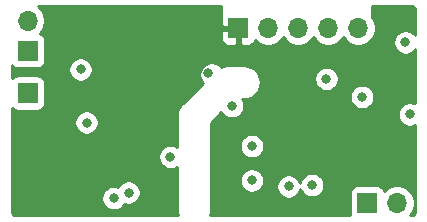
<source format=gbr>
G04 #@! TF.GenerationSoftware,KiCad,Pcbnew,(5.1.5)-3*
G04 #@! TF.CreationDate,2020-02-18T08:36:51+11:00*
G04 #@! TF.ProjectId,Heterodyne,48657465-726f-4647-996e-652e6b696361,rev?*
G04 #@! TF.SameCoordinates,Original*
G04 #@! TF.FileFunction,Copper,L3,Inr*
G04 #@! TF.FilePolarity,Positive*
%FSLAX46Y46*%
G04 Gerber Fmt 4.6, Leading zero omitted, Abs format (unit mm)*
G04 Created by KiCad (PCBNEW (5.1.5)-3) date 2020-02-18 08:36:51*
%MOMM*%
%LPD*%
G04 APERTURE LIST*
%ADD10O,1.700000X1.700000*%
%ADD11R,1.700000X1.700000*%
%ADD12C,0.800000*%
%ADD13C,0.254000*%
G04 APERTURE END LIST*
D10*
X133500000Y-49500000D03*
X130960000Y-49500000D03*
X128420000Y-49500000D03*
X125880000Y-49500000D03*
D11*
X123340000Y-49500000D03*
X105500000Y-55000000D03*
X105500000Y-51400000D03*
D10*
X105500000Y-48860000D03*
X136800000Y-64300000D03*
D11*
X134260000Y-64300000D03*
D12*
X110000000Y-53000000D03*
X110500000Y-57500000D03*
X137875000Y-56800000D03*
X133823897Y-55323897D03*
X130800000Y-53800000D03*
X122800000Y-56100000D03*
X124500000Y-59500000D03*
X117600000Y-60400000D03*
X127600000Y-62900000D03*
X129600000Y-62800000D03*
X120800000Y-53299996D03*
X122500000Y-64500000D03*
X117600000Y-64900000D03*
X111400000Y-64600000D03*
X128500000Y-61699998D03*
X117000000Y-49500000D03*
X137500000Y-50700000D03*
X124500000Y-62400000D03*
X114055553Y-63419447D03*
X112800000Y-63900000D03*
D13*
G36*
X121873000Y-48496469D02*
G01*
X121864188Y-48525518D01*
X121851928Y-48650000D01*
X121855000Y-49214250D01*
X122013750Y-49373000D01*
X123213000Y-49373000D01*
X123213000Y-49353000D01*
X123467000Y-49353000D01*
X123467000Y-49373000D01*
X123487000Y-49373000D01*
X123487000Y-49627000D01*
X123467000Y-49627000D01*
X123467000Y-50826250D01*
X123625750Y-50985000D01*
X124190000Y-50988072D01*
X124314482Y-50975812D01*
X124434180Y-50939502D01*
X124544494Y-50880537D01*
X124641185Y-50801185D01*
X124720537Y-50704494D01*
X124779502Y-50594180D01*
X124801513Y-50521620D01*
X124933368Y-50653475D01*
X125176589Y-50815990D01*
X125446842Y-50927932D01*
X125733740Y-50985000D01*
X126026260Y-50985000D01*
X126313158Y-50927932D01*
X126583411Y-50815990D01*
X126826632Y-50653475D01*
X127033475Y-50446632D01*
X127150000Y-50272240D01*
X127266525Y-50446632D01*
X127473368Y-50653475D01*
X127716589Y-50815990D01*
X127986842Y-50927932D01*
X128273740Y-50985000D01*
X128566260Y-50985000D01*
X128853158Y-50927932D01*
X129123411Y-50815990D01*
X129366632Y-50653475D01*
X129573475Y-50446632D01*
X129690000Y-50272240D01*
X129806525Y-50446632D01*
X130013368Y-50653475D01*
X130256589Y-50815990D01*
X130526842Y-50927932D01*
X130813740Y-50985000D01*
X131106260Y-50985000D01*
X131393158Y-50927932D01*
X131663411Y-50815990D01*
X131906632Y-50653475D01*
X132113475Y-50446632D01*
X132230000Y-50272240D01*
X132346525Y-50446632D01*
X132553368Y-50653475D01*
X132796589Y-50815990D01*
X133066842Y-50927932D01*
X133353740Y-50985000D01*
X133646260Y-50985000D01*
X133933158Y-50927932D01*
X134203411Y-50815990D01*
X134446632Y-50653475D01*
X134653475Y-50446632D01*
X134815990Y-50203411D01*
X134927932Y-49933158D01*
X134985000Y-49646260D01*
X134985000Y-49353740D01*
X134927932Y-49066842D01*
X134815990Y-48796589D01*
X134653475Y-48553368D01*
X134627000Y-48526893D01*
X134627000Y-47660000D01*
X137967721Y-47660000D01*
X138065424Y-47669580D01*
X138128356Y-47688580D01*
X138186405Y-47719445D01*
X138237343Y-47760989D01*
X138279248Y-47811644D01*
X138310515Y-47869471D01*
X138329956Y-47932272D01*
X138340001Y-48027845D01*
X138340001Y-50094200D01*
X138303937Y-50040226D01*
X138159774Y-49896063D01*
X137990256Y-49782795D01*
X137801898Y-49704774D01*
X137601939Y-49665000D01*
X137398061Y-49665000D01*
X137198102Y-49704774D01*
X137009744Y-49782795D01*
X136840226Y-49896063D01*
X136696063Y-50040226D01*
X136582795Y-50209744D01*
X136504774Y-50398102D01*
X136465000Y-50598061D01*
X136465000Y-50801939D01*
X136504774Y-51001898D01*
X136582795Y-51190256D01*
X136696063Y-51359774D01*
X136840226Y-51503937D01*
X137009744Y-51617205D01*
X137198102Y-51695226D01*
X137398061Y-51735000D01*
X137601939Y-51735000D01*
X137801898Y-51695226D01*
X137990256Y-51617205D01*
X138159774Y-51503937D01*
X138303937Y-51359774D01*
X138340001Y-51305801D01*
X138340001Y-55872334D01*
X138176898Y-55804774D01*
X137976939Y-55765000D01*
X137773061Y-55765000D01*
X137573102Y-55804774D01*
X137384744Y-55882795D01*
X137215226Y-55996063D01*
X137071063Y-56140226D01*
X136957795Y-56309744D01*
X136879774Y-56498102D01*
X136840000Y-56698061D01*
X136840000Y-56901939D01*
X136879774Y-57101898D01*
X136957795Y-57290256D01*
X137071063Y-57459774D01*
X137215226Y-57603937D01*
X137384744Y-57717205D01*
X137573102Y-57795226D01*
X137773061Y-57835000D01*
X137976939Y-57835000D01*
X138176898Y-57795226D01*
X138340000Y-57727666D01*
X138340000Y-64967721D01*
X138330420Y-65065424D01*
X138311420Y-65128357D01*
X138280554Y-65186406D01*
X138239011Y-65237343D01*
X138188356Y-65279248D01*
X138130529Y-65310515D01*
X138067728Y-65329956D01*
X137972165Y-65340000D01*
X137860107Y-65340000D01*
X137953475Y-65246632D01*
X138115990Y-65003411D01*
X138227932Y-64733158D01*
X138285000Y-64446260D01*
X138285000Y-64153740D01*
X138227932Y-63866842D01*
X138115990Y-63596589D01*
X137953475Y-63353368D01*
X137746632Y-63146525D01*
X137503411Y-62984010D01*
X137233158Y-62872068D01*
X136946260Y-62815000D01*
X136653740Y-62815000D01*
X136366842Y-62872068D01*
X136096589Y-62984010D01*
X135853368Y-63146525D01*
X135721513Y-63278380D01*
X135699502Y-63205820D01*
X135640537Y-63095506D01*
X135561185Y-62998815D01*
X135464494Y-62919463D01*
X135354180Y-62860498D01*
X135234482Y-62824188D01*
X135110000Y-62811928D01*
X133410000Y-62811928D01*
X133285518Y-62824188D01*
X133165820Y-62860498D01*
X133055506Y-62919463D01*
X132958815Y-62998815D01*
X132879463Y-63095506D01*
X132820498Y-63205820D01*
X132784188Y-63325518D01*
X132771928Y-63450000D01*
X132771928Y-65150000D01*
X132784188Y-65274482D01*
X132804063Y-65340000D01*
X120935764Y-65340000D01*
X121014236Y-65081309D01*
X121035000Y-64870492D01*
X121035000Y-62298061D01*
X123465000Y-62298061D01*
X123465000Y-62501939D01*
X123504774Y-62701898D01*
X123582795Y-62890256D01*
X123696063Y-63059774D01*
X123840226Y-63203937D01*
X124009744Y-63317205D01*
X124198102Y-63395226D01*
X124398061Y-63435000D01*
X124601939Y-63435000D01*
X124801898Y-63395226D01*
X124990256Y-63317205D01*
X125159774Y-63203937D01*
X125303937Y-63059774D01*
X125417205Y-62890256D01*
X125455393Y-62798061D01*
X126565000Y-62798061D01*
X126565000Y-63001939D01*
X126604774Y-63201898D01*
X126682795Y-63390256D01*
X126796063Y-63559774D01*
X126940226Y-63703937D01*
X127109744Y-63817205D01*
X127298102Y-63895226D01*
X127498061Y-63935000D01*
X127701939Y-63935000D01*
X127901898Y-63895226D01*
X128090256Y-63817205D01*
X128259774Y-63703937D01*
X128403937Y-63559774D01*
X128517205Y-63390256D01*
X128595226Y-63201898D01*
X128611762Y-63118767D01*
X128682795Y-63290256D01*
X128796063Y-63459774D01*
X128940226Y-63603937D01*
X129109744Y-63717205D01*
X129298102Y-63795226D01*
X129498061Y-63835000D01*
X129701939Y-63835000D01*
X129901898Y-63795226D01*
X130090256Y-63717205D01*
X130259774Y-63603937D01*
X130403937Y-63459774D01*
X130517205Y-63290256D01*
X130595226Y-63101898D01*
X130635000Y-62901939D01*
X130635000Y-62698061D01*
X130595226Y-62498102D01*
X130517205Y-62309744D01*
X130403937Y-62140226D01*
X130259774Y-61996063D01*
X130090256Y-61882795D01*
X129901898Y-61804774D01*
X129701939Y-61765000D01*
X129498061Y-61765000D01*
X129298102Y-61804774D01*
X129109744Y-61882795D01*
X128940226Y-61996063D01*
X128796063Y-62140226D01*
X128682795Y-62309744D01*
X128604774Y-62498102D01*
X128588238Y-62581233D01*
X128517205Y-62409744D01*
X128403937Y-62240226D01*
X128259774Y-62096063D01*
X128090256Y-61982795D01*
X127901898Y-61904774D01*
X127701939Y-61865000D01*
X127498061Y-61865000D01*
X127298102Y-61904774D01*
X127109744Y-61982795D01*
X126940226Y-62096063D01*
X126796063Y-62240226D01*
X126682795Y-62409744D01*
X126604774Y-62598102D01*
X126565000Y-62798061D01*
X125455393Y-62798061D01*
X125495226Y-62701898D01*
X125535000Y-62501939D01*
X125535000Y-62298061D01*
X125495226Y-62098102D01*
X125417205Y-61909744D01*
X125303937Y-61740226D01*
X125159774Y-61596063D01*
X124990256Y-61482795D01*
X124801898Y-61404774D01*
X124601939Y-61365000D01*
X124398061Y-61365000D01*
X124198102Y-61404774D01*
X124009744Y-61482795D01*
X123840226Y-61596063D01*
X123696063Y-61740226D01*
X123582795Y-61909744D01*
X123504774Y-62098102D01*
X123465000Y-62298061D01*
X121035000Y-62298061D01*
X121035000Y-59398061D01*
X123465000Y-59398061D01*
X123465000Y-59601939D01*
X123504774Y-59801898D01*
X123582795Y-59990256D01*
X123696063Y-60159774D01*
X123840226Y-60303937D01*
X124009744Y-60417205D01*
X124198102Y-60495226D01*
X124398061Y-60535000D01*
X124601939Y-60535000D01*
X124801898Y-60495226D01*
X124990256Y-60417205D01*
X125159774Y-60303937D01*
X125303937Y-60159774D01*
X125417205Y-59990256D01*
X125495226Y-59801898D01*
X125535000Y-59601939D01*
X125535000Y-59398061D01*
X125495226Y-59198102D01*
X125417205Y-59009744D01*
X125303937Y-58840226D01*
X125159774Y-58696063D01*
X124990256Y-58582795D01*
X124801898Y-58504774D01*
X124601939Y-58465000D01*
X124398061Y-58465000D01*
X124198102Y-58504774D01*
X124009744Y-58582795D01*
X123840226Y-58696063D01*
X123696063Y-58840226D01*
X123582795Y-59009744D01*
X123504774Y-59198102D01*
X123465000Y-59398061D01*
X121035000Y-59398061D01*
X121035000Y-57494395D01*
X121905363Y-56624032D01*
X121996063Y-56759774D01*
X122140226Y-56903937D01*
X122309744Y-57017205D01*
X122498102Y-57095226D01*
X122698061Y-57135000D01*
X122901939Y-57135000D01*
X123101898Y-57095226D01*
X123290256Y-57017205D01*
X123459774Y-56903937D01*
X123603937Y-56759774D01*
X123717205Y-56590256D01*
X123795226Y-56401898D01*
X123835000Y-56201939D01*
X123835000Y-55998061D01*
X123795226Y-55798102D01*
X123717205Y-55609744D01*
X123667263Y-55535000D01*
X123870492Y-55535000D01*
X124081309Y-55514236D01*
X124351808Y-55432182D01*
X124601101Y-55298932D01*
X124694894Y-55221958D01*
X132788897Y-55221958D01*
X132788897Y-55425836D01*
X132828671Y-55625795D01*
X132906692Y-55814153D01*
X133019960Y-55983671D01*
X133164123Y-56127834D01*
X133333641Y-56241102D01*
X133521999Y-56319123D01*
X133721958Y-56358897D01*
X133925836Y-56358897D01*
X134125795Y-56319123D01*
X134314153Y-56241102D01*
X134483671Y-56127834D01*
X134627834Y-55983671D01*
X134741102Y-55814153D01*
X134819123Y-55625795D01*
X134858897Y-55425836D01*
X134858897Y-55221958D01*
X134819123Y-55021999D01*
X134741102Y-54833641D01*
X134627834Y-54664123D01*
X134483671Y-54519960D01*
X134314153Y-54406692D01*
X134125795Y-54328671D01*
X133925836Y-54288897D01*
X133721958Y-54288897D01*
X133521999Y-54328671D01*
X133333641Y-54406692D01*
X133164123Y-54519960D01*
X133019960Y-54664123D01*
X132906692Y-54833641D01*
X132828671Y-55021999D01*
X132788897Y-55221958D01*
X124694894Y-55221958D01*
X124819608Y-55119608D01*
X124998932Y-54901101D01*
X125132182Y-54651808D01*
X125214236Y-54381309D01*
X125241943Y-54100000D01*
X125214236Y-53818691D01*
X125177644Y-53698061D01*
X129765000Y-53698061D01*
X129765000Y-53901939D01*
X129804774Y-54101898D01*
X129882795Y-54290256D01*
X129996063Y-54459774D01*
X130140226Y-54603937D01*
X130309744Y-54717205D01*
X130498102Y-54795226D01*
X130698061Y-54835000D01*
X130901939Y-54835000D01*
X131101898Y-54795226D01*
X131290256Y-54717205D01*
X131459774Y-54603937D01*
X131603937Y-54459774D01*
X131717205Y-54290256D01*
X131795226Y-54101898D01*
X131835000Y-53901939D01*
X131835000Y-53698061D01*
X131795226Y-53498102D01*
X131717205Y-53309744D01*
X131603937Y-53140226D01*
X131459774Y-52996063D01*
X131290256Y-52882795D01*
X131101898Y-52804774D01*
X130901939Y-52765000D01*
X130698061Y-52765000D01*
X130498102Y-52804774D01*
X130309744Y-52882795D01*
X130140226Y-52996063D01*
X129996063Y-53140226D01*
X129882795Y-53309744D01*
X129804774Y-53498102D01*
X129765000Y-53698061D01*
X125177644Y-53698061D01*
X125132182Y-53548192D01*
X124998932Y-53298899D01*
X124819608Y-53080392D01*
X124601101Y-52901068D01*
X124351808Y-52767818D01*
X124081309Y-52685764D01*
X123870492Y-52665000D01*
X122470492Y-52665000D01*
X122400000Y-52658057D01*
X122329508Y-52665000D01*
X122118691Y-52685764D01*
X121892108Y-52754497D01*
X121756774Y-52619163D01*
X121587256Y-52505895D01*
X121398898Y-52427874D01*
X121198939Y-52388100D01*
X120995061Y-52388100D01*
X120795102Y-52427874D01*
X120606744Y-52505895D01*
X120437226Y-52619163D01*
X120293063Y-52763326D01*
X120179795Y-52932844D01*
X120101774Y-53121202D01*
X120062000Y-53321161D01*
X120062000Y-53525039D01*
X120101774Y-53724998D01*
X120179795Y-53913356D01*
X120293063Y-54082874D01*
X120340397Y-54130208D01*
X118635155Y-55835450D01*
X118580393Y-55880392D01*
X118401069Y-56098899D01*
X118345993Y-56201939D01*
X118267818Y-56348193D01*
X118185764Y-56618692D01*
X118158057Y-56900000D01*
X118165001Y-56970502D01*
X118165001Y-59532738D01*
X118090256Y-59482795D01*
X117901898Y-59404774D01*
X117701939Y-59365000D01*
X117498061Y-59365000D01*
X117298102Y-59404774D01*
X117109744Y-59482795D01*
X116940226Y-59596063D01*
X116796063Y-59740226D01*
X116682795Y-59909744D01*
X116604774Y-60098102D01*
X116565000Y-60298061D01*
X116565000Y-60501939D01*
X116604774Y-60701898D01*
X116682795Y-60890256D01*
X116796063Y-61059774D01*
X116940226Y-61203937D01*
X117109744Y-61317205D01*
X117298102Y-61395226D01*
X117498061Y-61435000D01*
X117701939Y-61435000D01*
X117901898Y-61395226D01*
X118090256Y-61317205D01*
X118165000Y-61267262D01*
X118165000Y-64870491D01*
X118185764Y-65081308D01*
X118264236Y-65340000D01*
X104532279Y-65340000D01*
X104434576Y-65330420D01*
X104371643Y-65311420D01*
X104313594Y-65280554D01*
X104262657Y-65239011D01*
X104220752Y-65188356D01*
X104189485Y-65130529D01*
X104170044Y-65067728D01*
X104160000Y-64972165D01*
X104160000Y-63798061D01*
X111765000Y-63798061D01*
X111765000Y-64001939D01*
X111804774Y-64201898D01*
X111882795Y-64390256D01*
X111996063Y-64559774D01*
X112140226Y-64703937D01*
X112309744Y-64817205D01*
X112498102Y-64895226D01*
X112698061Y-64935000D01*
X112901939Y-64935000D01*
X113101898Y-64895226D01*
X113290256Y-64817205D01*
X113459774Y-64703937D01*
X113603937Y-64559774D01*
X113712328Y-64397555D01*
X113753655Y-64414673D01*
X113953614Y-64454447D01*
X114157492Y-64454447D01*
X114357451Y-64414673D01*
X114545809Y-64336652D01*
X114715327Y-64223384D01*
X114859490Y-64079221D01*
X114972758Y-63909703D01*
X115050779Y-63721345D01*
X115090553Y-63521386D01*
X115090553Y-63317508D01*
X115050779Y-63117549D01*
X114972758Y-62929191D01*
X114859490Y-62759673D01*
X114715327Y-62615510D01*
X114545809Y-62502242D01*
X114357451Y-62424221D01*
X114157492Y-62384447D01*
X113953614Y-62384447D01*
X113753655Y-62424221D01*
X113565297Y-62502242D01*
X113395779Y-62615510D01*
X113251616Y-62759673D01*
X113143225Y-62921892D01*
X113101898Y-62904774D01*
X112901939Y-62865000D01*
X112698061Y-62865000D01*
X112498102Y-62904774D01*
X112309744Y-62982795D01*
X112140226Y-63096063D01*
X111996063Y-63240226D01*
X111882795Y-63409744D01*
X111804774Y-63598102D01*
X111765000Y-63798061D01*
X104160000Y-63798061D01*
X104160000Y-57398061D01*
X109465000Y-57398061D01*
X109465000Y-57601939D01*
X109504774Y-57801898D01*
X109582795Y-57990256D01*
X109696063Y-58159774D01*
X109840226Y-58303937D01*
X110009744Y-58417205D01*
X110198102Y-58495226D01*
X110398061Y-58535000D01*
X110601939Y-58535000D01*
X110801898Y-58495226D01*
X110990256Y-58417205D01*
X111159774Y-58303937D01*
X111303937Y-58159774D01*
X111417205Y-57990256D01*
X111495226Y-57801898D01*
X111535000Y-57601939D01*
X111535000Y-57398061D01*
X111495226Y-57198102D01*
X111417205Y-57009744D01*
X111303937Y-56840226D01*
X111159774Y-56696063D01*
X110990256Y-56582795D01*
X110801898Y-56504774D01*
X110601939Y-56465000D01*
X110398061Y-56465000D01*
X110198102Y-56504774D01*
X110009744Y-56582795D01*
X109840226Y-56696063D01*
X109696063Y-56840226D01*
X109582795Y-57009744D01*
X109504774Y-57198102D01*
X109465000Y-57398061D01*
X104160000Y-57398061D01*
X104160000Y-56253889D01*
X104198815Y-56301185D01*
X104295506Y-56380537D01*
X104405820Y-56439502D01*
X104525518Y-56475812D01*
X104650000Y-56488072D01*
X106350000Y-56488072D01*
X106474482Y-56475812D01*
X106594180Y-56439502D01*
X106704494Y-56380537D01*
X106801185Y-56301185D01*
X106880537Y-56204494D01*
X106939502Y-56094180D01*
X106975812Y-55974482D01*
X106988072Y-55850000D01*
X106988072Y-54150000D01*
X106975812Y-54025518D01*
X106939502Y-53905820D01*
X106880537Y-53795506D01*
X106801185Y-53698815D01*
X106704494Y-53619463D01*
X106594180Y-53560498D01*
X106474482Y-53524188D01*
X106350000Y-53511928D01*
X104650000Y-53511928D01*
X104525518Y-53524188D01*
X104405820Y-53560498D01*
X104295506Y-53619463D01*
X104198815Y-53698815D01*
X104160000Y-53746111D01*
X104160000Y-52898061D01*
X108965000Y-52898061D01*
X108965000Y-53101939D01*
X109004774Y-53301898D01*
X109082795Y-53490256D01*
X109196063Y-53659774D01*
X109340226Y-53803937D01*
X109509744Y-53917205D01*
X109698102Y-53995226D01*
X109898061Y-54035000D01*
X110101939Y-54035000D01*
X110301898Y-53995226D01*
X110490256Y-53917205D01*
X110659774Y-53803937D01*
X110803937Y-53659774D01*
X110917205Y-53490256D01*
X110995226Y-53301898D01*
X111035000Y-53101939D01*
X111035000Y-52898061D01*
X110995226Y-52698102D01*
X110917205Y-52509744D01*
X110803937Y-52340226D01*
X110659774Y-52196063D01*
X110490256Y-52082795D01*
X110301898Y-52004774D01*
X110101939Y-51965000D01*
X109898061Y-51965000D01*
X109698102Y-52004774D01*
X109509744Y-52082795D01*
X109340226Y-52196063D01*
X109196063Y-52340226D01*
X109082795Y-52509744D01*
X109004774Y-52698102D01*
X108965000Y-52898061D01*
X104160000Y-52898061D01*
X104160000Y-52653889D01*
X104198815Y-52701185D01*
X104295506Y-52780537D01*
X104405820Y-52839502D01*
X104525518Y-52875812D01*
X104650000Y-52888072D01*
X106350000Y-52888072D01*
X106474482Y-52875812D01*
X106594180Y-52839502D01*
X106704494Y-52780537D01*
X106801185Y-52701185D01*
X106880537Y-52604494D01*
X106939502Y-52494180D01*
X106975812Y-52374482D01*
X106988072Y-52250000D01*
X106988072Y-50550000D01*
X106975812Y-50425518D01*
X106952904Y-50350000D01*
X121851928Y-50350000D01*
X121864188Y-50474482D01*
X121900498Y-50594180D01*
X121959463Y-50704494D01*
X122038815Y-50801185D01*
X122135506Y-50880537D01*
X122245820Y-50939502D01*
X122365518Y-50975812D01*
X122490000Y-50988072D01*
X123054250Y-50985000D01*
X123213000Y-50826250D01*
X123213000Y-49627000D01*
X122013750Y-49627000D01*
X121855000Y-49785750D01*
X121851928Y-50350000D01*
X106952904Y-50350000D01*
X106939502Y-50305820D01*
X106880537Y-50195506D01*
X106801185Y-50098815D01*
X106704494Y-50019463D01*
X106594180Y-49960498D01*
X106521620Y-49938487D01*
X106653475Y-49806632D01*
X106815990Y-49563411D01*
X106927932Y-49293158D01*
X106985000Y-49006260D01*
X106985000Y-48713740D01*
X106927932Y-48426842D01*
X106815990Y-48156589D01*
X106653475Y-47913368D01*
X106446632Y-47706525D01*
X106377002Y-47660000D01*
X121873000Y-47660000D01*
X121873000Y-48496469D01*
G37*
X121873000Y-48496469D02*
X121864188Y-48525518D01*
X121851928Y-48650000D01*
X121855000Y-49214250D01*
X122013750Y-49373000D01*
X123213000Y-49373000D01*
X123213000Y-49353000D01*
X123467000Y-49353000D01*
X123467000Y-49373000D01*
X123487000Y-49373000D01*
X123487000Y-49627000D01*
X123467000Y-49627000D01*
X123467000Y-50826250D01*
X123625750Y-50985000D01*
X124190000Y-50988072D01*
X124314482Y-50975812D01*
X124434180Y-50939502D01*
X124544494Y-50880537D01*
X124641185Y-50801185D01*
X124720537Y-50704494D01*
X124779502Y-50594180D01*
X124801513Y-50521620D01*
X124933368Y-50653475D01*
X125176589Y-50815990D01*
X125446842Y-50927932D01*
X125733740Y-50985000D01*
X126026260Y-50985000D01*
X126313158Y-50927932D01*
X126583411Y-50815990D01*
X126826632Y-50653475D01*
X127033475Y-50446632D01*
X127150000Y-50272240D01*
X127266525Y-50446632D01*
X127473368Y-50653475D01*
X127716589Y-50815990D01*
X127986842Y-50927932D01*
X128273740Y-50985000D01*
X128566260Y-50985000D01*
X128853158Y-50927932D01*
X129123411Y-50815990D01*
X129366632Y-50653475D01*
X129573475Y-50446632D01*
X129690000Y-50272240D01*
X129806525Y-50446632D01*
X130013368Y-50653475D01*
X130256589Y-50815990D01*
X130526842Y-50927932D01*
X130813740Y-50985000D01*
X131106260Y-50985000D01*
X131393158Y-50927932D01*
X131663411Y-50815990D01*
X131906632Y-50653475D01*
X132113475Y-50446632D01*
X132230000Y-50272240D01*
X132346525Y-50446632D01*
X132553368Y-50653475D01*
X132796589Y-50815990D01*
X133066842Y-50927932D01*
X133353740Y-50985000D01*
X133646260Y-50985000D01*
X133933158Y-50927932D01*
X134203411Y-50815990D01*
X134446632Y-50653475D01*
X134653475Y-50446632D01*
X134815990Y-50203411D01*
X134927932Y-49933158D01*
X134985000Y-49646260D01*
X134985000Y-49353740D01*
X134927932Y-49066842D01*
X134815990Y-48796589D01*
X134653475Y-48553368D01*
X134627000Y-48526893D01*
X134627000Y-47660000D01*
X137967721Y-47660000D01*
X138065424Y-47669580D01*
X138128356Y-47688580D01*
X138186405Y-47719445D01*
X138237343Y-47760989D01*
X138279248Y-47811644D01*
X138310515Y-47869471D01*
X138329956Y-47932272D01*
X138340001Y-48027845D01*
X138340001Y-50094200D01*
X138303937Y-50040226D01*
X138159774Y-49896063D01*
X137990256Y-49782795D01*
X137801898Y-49704774D01*
X137601939Y-49665000D01*
X137398061Y-49665000D01*
X137198102Y-49704774D01*
X137009744Y-49782795D01*
X136840226Y-49896063D01*
X136696063Y-50040226D01*
X136582795Y-50209744D01*
X136504774Y-50398102D01*
X136465000Y-50598061D01*
X136465000Y-50801939D01*
X136504774Y-51001898D01*
X136582795Y-51190256D01*
X136696063Y-51359774D01*
X136840226Y-51503937D01*
X137009744Y-51617205D01*
X137198102Y-51695226D01*
X137398061Y-51735000D01*
X137601939Y-51735000D01*
X137801898Y-51695226D01*
X137990256Y-51617205D01*
X138159774Y-51503937D01*
X138303937Y-51359774D01*
X138340001Y-51305801D01*
X138340001Y-55872334D01*
X138176898Y-55804774D01*
X137976939Y-55765000D01*
X137773061Y-55765000D01*
X137573102Y-55804774D01*
X137384744Y-55882795D01*
X137215226Y-55996063D01*
X137071063Y-56140226D01*
X136957795Y-56309744D01*
X136879774Y-56498102D01*
X136840000Y-56698061D01*
X136840000Y-56901939D01*
X136879774Y-57101898D01*
X136957795Y-57290256D01*
X137071063Y-57459774D01*
X137215226Y-57603937D01*
X137384744Y-57717205D01*
X137573102Y-57795226D01*
X137773061Y-57835000D01*
X137976939Y-57835000D01*
X138176898Y-57795226D01*
X138340000Y-57727666D01*
X138340000Y-64967721D01*
X138330420Y-65065424D01*
X138311420Y-65128357D01*
X138280554Y-65186406D01*
X138239011Y-65237343D01*
X138188356Y-65279248D01*
X138130529Y-65310515D01*
X138067728Y-65329956D01*
X137972165Y-65340000D01*
X137860107Y-65340000D01*
X137953475Y-65246632D01*
X138115990Y-65003411D01*
X138227932Y-64733158D01*
X138285000Y-64446260D01*
X138285000Y-64153740D01*
X138227932Y-63866842D01*
X138115990Y-63596589D01*
X137953475Y-63353368D01*
X137746632Y-63146525D01*
X137503411Y-62984010D01*
X137233158Y-62872068D01*
X136946260Y-62815000D01*
X136653740Y-62815000D01*
X136366842Y-62872068D01*
X136096589Y-62984010D01*
X135853368Y-63146525D01*
X135721513Y-63278380D01*
X135699502Y-63205820D01*
X135640537Y-63095506D01*
X135561185Y-62998815D01*
X135464494Y-62919463D01*
X135354180Y-62860498D01*
X135234482Y-62824188D01*
X135110000Y-62811928D01*
X133410000Y-62811928D01*
X133285518Y-62824188D01*
X133165820Y-62860498D01*
X133055506Y-62919463D01*
X132958815Y-62998815D01*
X132879463Y-63095506D01*
X132820498Y-63205820D01*
X132784188Y-63325518D01*
X132771928Y-63450000D01*
X132771928Y-65150000D01*
X132784188Y-65274482D01*
X132804063Y-65340000D01*
X120935764Y-65340000D01*
X121014236Y-65081309D01*
X121035000Y-64870492D01*
X121035000Y-62298061D01*
X123465000Y-62298061D01*
X123465000Y-62501939D01*
X123504774Y-62701898D01*
X123582795Y-62890256D01*
X123696063Y-63059774D01*
X123840226Y-63203937D01*
X124009744Y-63317205D01*
X124198102Y-63395226D01*
X124398061Y-63435000D01*
X124601939Y-63435000D01*
X124801898Y-63395226D01*
X124990256Y-63317205D01*
X125159774Y-63203937D01*
X125303937Y-63059774D01*
X125417205Y-62890256D01*
X125455393Y-62798061D01*
X126565000Y-62798061D01*
X126565000Y-63001939D01*
X126604774Y-63201898D01*
X126682795Y-63390256D01*
X126796063Y-63559774D01*
X126940226Y-63703937D01*
X127109744Y-63817205D01*
X127298102Y-63895226D01*
X127498061Y-63935000D01*
X127701939Y-63935000D01*
X127901898Y-63895226D01*
X128090256Y-63817205D01*
X128259774Y-63703937D01*
X128403937Y-63559774D01*
X128517205Y-63390256D01*
X128595226Y-63201898D01*
X128611762Y-63118767D01*
X128682795Y-63290256D01*
X128796063Y-63459774D01*
X128940226Y-63603937D01*
X129109744Y-63717205D01*
X129298102Y-63795226D01*
X129498061Y-63835000D01*
X129701939Y-63835000D01*
X129901898Y-63795226D01*
X130090256Y-63717205D01*
X130259774Y-63603937D01*
X130403937Y-63459774D01*
X130517205Y-63290256D01*
X130595226Y-63101898D01*
X130635000Y-62901939D01*
X130635000Y-62698061D01*
X130595226Y-62498102D01*
X130517205Y-62309744D01*
X130403937Y-62140226D01*
X130259774Y-61996063D01*
X130090256Y-61882795D01*
X129901898Y-61804774D01*
X129701939Y-61765000D01*
X129498061Y-61765000D01*
X129298102Y-61804774D01*
X129109744Y-61882795D01*
X128940226Y-61996063D01*
X128796063Y-62140226D01*
X128682795Y-62309744D01*
X128604774Y-62498102D01*
X128588238Y-62581233D01*
X128517205Y-62409744D01*
X128403937Y-62240226D01*
X128259774Y-62096063D01*
X128090256Y-61982795D01*
X127901898Y-61904774D01*
X127701939Y-61865000D01*
X127498061Y-61865000D01*
X127298102Y-61904774D01*
X127109744Y-61982795D01*
X126940226Y-62096063D01*
X126796063Y-62240226D01*
X126682795Y-62409744D01*
X126604774Y-62598102D01*
X126565000Y-62798061D01*
X125455393Y-62798061D01*
X125495226Y-62701898D01*
X125535000Y-62501939D01*
X125535000Y-62298061D01*
X125495226Y-62098102D01*
X125417205Y-61909744D01*
X125303937Y-61740226D01*
X125159774Y-61596063D01*
X124990256Y-61482795D01*
X124801898Y-61404774D01*
X124601939Y-61365000D01*
X124398061Y-61365000D01*
X124198102Y-61404774D01*
X124009744Y-61482795D01*
X123840226Y-61596063D01*
X123696063Y-61740226D01*
X123582795Y-61909744D01*
X123504774Y-62098102D01*
X123465000Y-62298061D01*
X121035000Y-62298061D01*
X121035000Y-59398061D01*
X123465000Y-59398061D01*
X123465000Y-59601939D01*
X123504774Y-59801898D01*
X123582795Y-59990256D01*
X123696063Y-60159774D01*
X123840226Y-60303937D01*
X124009744Y-60417205D01*
X124198102Y-60495226D01*
X124398061Y-60535000D01*
X124601939Y-60535000D01*
X124801898Y-60495226D01*
X124990256Y-60417205D01*
X125159774Y-60303937D01*
X125303937Y-60159774D01*
X125417205Y-59990256D01*
X125495226Y-59801898D01*
X125535000Y-59601939D01*
X125535000Y-59398061D01*
X125495226Y-59198102D01*
X125417205Y-59009744D01*
X125303937Y-58840226D01*
X125159774Y-58696063D01*
X124990256Y-58582795D01*
X124801898Y-58504774D01*
X124601939Y-58465000D01*
X124398061Y-58465000D01*
X124198102Y-58504774D01*
X124009744Y-58582795D01*
X123840226Y-58696063D01*
X123696063Y-58840226D01*
X123582795Y-59009744D01*
X123504774Y-59198102D01*
X123465000Y-59398061D01*
X121035000Y-59398061D01*
X121035000Y-57494395D01*
X121905363Y-56624032D01*
X121996063Y-56759774D01*
X122140226Y-56903937D01*
X122309744Y-57017205D01*
X122498102Y-57095226D01*
X122698061Y-57135000D01*
X122901939Y-57135000D01*
X123101898Y-57095226D01*
X123290256Y-57017205D01*
X123459774Y-56903937D01*
X123603937Y-56759774D01*
X123717205Y-56590256D01*
X123795226Y-56401898D01*
X123835000Y-56201939D01*
X123835000Y-55998061D01*
X123795226Y-55798102D01*
X123717205Y-55609744D01*
X123667263Y-55535000D01*
X123870492Y-55535000D01*
X124081309Y-55514236D01*
X124351808Y-55432182D01*
X124601101Y-55298932D01*
X124694894Y-55221958D01*
X132788897Y-55221958D01*
X132788897Y-55425836D01*
X132828671Y-55625795D01*
X132906692Y-55814153D01*
X133019960Y-55983671D01*
X133164123Y-56127834D01*
X133333641Y-56241102D01*
X133521999Y-56319123D01*
X133721958Y-56358897D01*
X133925836Y-56358897D01*
X134125795Y-56319123D01*
X134314153Y-56241102D01*
X134483671Y-56127834D01*
X134627834Y-55983671D01*
X134741102Y-55814153D01*
X134819123Y-55625795D01*
X134858897Y-55425836D01*
X134858897Y-55221958D01*
X134819123Y-55021999D01*
X134741102Y-54833641D01*
X134627834Y-54664123D01*
X134483671Y-54519960D01*
X134314153Y-54406692D01*
X134125795Y-54328671D01*
X133925836Y-54288897D01*
X133721958Y-54288897D01*
X133521999Y-54328671D01*
X133333641Y-54406692D01*
X133164123Y-54519960D01*
X133019960Y-54664123D01*
X132906692Y-54833641D01*
X132828671Y-55021999D01*
X132788897Y-55221958D01*
X124694894Y-55221958D01*
X124819608Y-55119608D01*
X124998932Y-54901101D01*
X125132182Y-54651808D01*
X125214236Y-54381309D01*
X125241943Y-54100000D01*
X125214236Y-53818691D01*
X125177644Y-53698061D01*
X129765000Y-53698061D01*
X129765000Y-53901939D01*
X129804774Y-54101898D01*
X129882795Y-54290256D01*
X129996063Y-54459774D01*
X130140226Y-54603937D01*
X130309744Y-54717205D01*
X130498102Y-54795226D01*
X130698061Y-54835000D01*
X130901939Y-54835000D01*
X131101898Y-54795226D01*
X131290256Y-54717205D01*
X131459774Y-54603937D01*
X131603937Y-54459774D01*
X131717205Y-54290256D01*
X131795226Y-54101898D01*
X131835000Y-53901939D01*
X131835000Y-53698061D01*
X131795226Y-53498102D01*
X131717205Y-53309744D01*
X131603937Y-53140226D01*
X131459774Y-52996063D01*
X131290256Y-52882795D01*
X131101898Y-52804774D01*
X130901939Y-52765000D01*
X130698061Y-52765000D01*
X130498102Y-52804774D01*
X130309744Y-52882795D01*
X130140226Y-52996063D01*
X129996063Y-53140226D01*
X129882795Y-53309744D01*
X129804774Y-53498102D01*
X129765000Y-53698061D01*
X125177644Y-53698061D01*
X125132182Y-53548192D01*
X124998932Y-53298899D01*
X124819608Y-53080392D01*
X124601101Y-52901068D01*
X124351808Y-52767818D01*
X124081309Y-52685764D01*
X123870492Y-52665000D01*
X122470492Y-52665000D01*
X122400000Y-52658057D01*
X122329508Y-52665000D01*
X122118691Y-52685764D01*
X121892108Y-52754497D01*
X121756774Y-52619163D01*
X121587256Y-52505895D01*
X121398898Y-52427874D01*
X121198939Y-52388100D01*
X120995061Y-52388100D01*
X120795102Y-52427874D01*
X120606744Y-52505895D01*
X120437226Y-52619163D01*
X120293063Y-52763326D01*
X120179795Y-52932844D01*
X120101774Y-53121202D01*
X120062000Y-53321161D01*
X120062000Y-53525039D01*
X120101774Y-53724998D01*
X120179795Y-53913356D01*
X120293063Y-54082874D01*
X120340397Y-54130208D01*
X118635155Y-55835450D01*
X118580393Y-55880392D01*
X118401069Y-56098899D01*
X118345993Y-56201939D01*
X118267818Y-56348193D01*
X118185764Y-56618692D01*
X118158057Y-56900000D01*
X118165001Y-56970502D01*
X118165001Y-59532738D01*
X118090256Y-59482795D01*
X117901898Y-59404774D01*
X117701939Y-59365000D01*
X117498061Y-59365000D01*
X117298102Y-59404774D01*
X117109744Y-59482795D01*
X116940226Y-59596063D01*
X116796063Y-59740226D01*
X116682795Y-59909744D01*
X116604774Y-60098102D01*
X116565000Y-60298061D01*
X116565000Y-60501939D01*
X116604774Y-60701898D01*
X116682795Y-60890256D01*
X116796063Y-61059774D01*
X116940226Y-61203937D01*
X117109744Y-61317205D01*
X117298102Y-61395226D01*
X117498061Y-61435000D01*
X117701939Y-61435000D01*
X117901898Y-61395226D01*
X118090256Y-61317205D01*
X118165000Y-61267262D01*
X118165000Y-64870491D01*
X118185764Y-65081308D01*
X118264236Y-65340000D01*
X104532279Y-65340000D01*
X104434576Y-65330420D01*
X104371643Y-65311420D01*
X104313594Y-65280554D01*
X104262657Y-65239011D01*
X104220752Y-65188356D01*
X104189485Y-65130529D01*
X104170044Y-65067728D01*
X104160000Y-64972165D01*
X104160000Y-63798061D01*
X111765000Y-63798061D01*
X111765000Y-64001939D01*
X111804774Y-64201898D01*
X111882795Y-64390256D01*
X111996063Y-64559774D01*
X112140226Y-64703937D01*
X112309744Y-64817205D01*
X112498102Y-64895226D01*
X112698061Y-64935000D01*
X112901939Y-64935000D01*
X113101898Y-64895226D01*
X113290256Y-64817205D01*
X113459774Y-64703937D01*
X113603937Y-64559774D01*
X113712328Y-64397555D01*
X113753655Y-64414673D01*
X113953614Y-64454447D01*
X114157492Y-64454447D01*
X114357451Y-64414673D01*
X114545809Y-64336652D01*
X114715327Y-64223384D01*
X114859490Y-64079221D01*
X114972758Y-63909703D01*
X115050779Y-63721345D01*
X115090553Y-63521386D01*
X115090553Y-63317508D01*
X115050779Y-63117549D01*
X114972758Y-62929191D01*
X114859490Y-62759673D01*
X114715327Y-62615510D01*
X114545809Y-62502242D01*
X114357451Y-62424221D01*
X114157492Y-62384447D01*
X113953614Y-62384447D01*
X113753655Y-62424221D01*
X113565297Y-62502242D01*
X113395779Y-62615510D01*
X113251616Y-62759673D01*
X113143225Y-62921892D01*
X113101898Y-62904774D01*
X112901939Y-62865000D01*
X112698061Y-62865000D01*
X112498102Y-62904774D01*
X112309744Y-62982795D01*
X112140226Y-63096063D01*
X111996063Y-63240226D01*
X111882795Y-63409744D01*
X111804774Y-63598102D01*
X111765000Y-63798061D01*
X104160000Y-63798061D01*
X104160000Y-57398061D01*
X109465000Y-57398061D01*
X109465000Y-57601939D01*
X109504774Y-57801898D01*
X109582795Y-57990256D01*
X109696063Y-58159774D01*
X109840226Y-58303937D01*
X110009744Y-58417205D01*
X110198102Y-58495226D01*
X110398061Y-58535000D01*
X110601939Y-58535000D01*
X110801898Y-58495226D01*
X110990256Y-58417205D01*
X111159774Y-58303937D01*
X111303937Y-58159774D01*
X111417205Y-57990256D01*
X111495226Y-57801898D01*
X111535000Y-57601939D01*
X111535000Y-57398061D01*
X111495226Y-57198102D01*
X111417205Y-57009744D01*
X111303937Y-56840226D01*
X111159774Y-56696063D01*
X110990256Y-56582795D01*
X110801898Y-56504774D01*
X110601939Y-56465000D01*
X110398061Y-56465000D01*
X110198102Y-56504774D01*
X110009744Y-56582795D01*
X109840226Y-56696063D01*
X109696063Y-56840226D01*
X109582795Y-57009744D01*
X109504774Y-57198102D01*
X109465000Y-57398061D01*
X104160000Y-57398061D01*
X104160000Y-56253889D01*
X104198815Y-56301185D01*
X104295506Y-56380537D01*
X104405820Y-56439502D01*
X104525518Y-56475812D01*
X104650000Y-56488072D01*
X106350000Y-56488072D01*
X106474482Y-56475812D01*
X106594180Y-56439502D01*
X106704494Y-56380537D01*
X106801185Y-56301185D01*
X106880537Y-56204494D01*
X106939502Y-56094180D01*
X106975812Y-55974482D01*
X106988072Y-55850000D01*
X106988072Y-54150000D01*
X106975812Y-54025518D01*
X106939502Y-53905820D01*
X106880537Y-53795506D01*
X106801185Y-53698815D01*
X106704494Y-53619463D01*
X106594180Y-53560498D01*
X106474482Y-53524188D01*
X106350000Y-53511928D01*
X104650000Y-53511928D01*
X104525518Y-53524188D01*
X104405820Y-53560498D01*
X104295506Y-53619463D01*
X104198815Y-53698815D01*
X104160000Y-53746111D01*
X104160000Y-52898061D01*
X108965000Y-52898061D01*
X108965000Y-53101939D01*
X109004774Y-53301898D01*
X109082795Y-53490256D01*
X109196063Y-53659774D01*
X109340226Y-53803937D01*
X109509744Y-53917205D01*
X109698102Y-53995226D01*
X109898061Y-54035000D01*
X110101939Y-54035000D01*
X110301898Y-53995226D01*
X110490256Y-53917205D01*
X110659774Y-53803937D01*
X110803937Y-53659774D01*
X110917205Y-53490256D01*
X110995226Y-53301898D01*
X111035000Y-53101939D01*
X111035000Y-52898061D01*
X110995226Y-52698102D01*
X110917205Y-52509744D01*
X110803937Y-52340226D01*
X110659774Y-52196063D01*
X110490256Y-52082795D01*
X110301898Y-52004774D01*
X110101939Y-51965000D01*
X109898061Y-51965000D01*
X109698102Y-52004774D01*
X109509744Y-52082795D01*
X109340226Y-52196063D01*
X109196063Y-52340226D01*
X109082795Y-52509744D01*
X109004774Y-52698102D01*
X108965000Y-52898061D01*
X104160000Y-52898061D01*
X104160000Y-52653889D01*
X104198815Y-52701185D01*
X104295506Y-52780537D01*
X104405820Y-52839502D01*
X104525518Y-52875812D01*
X104650000Y-52888072D01*
X106350000Y-52888072D01*
X106474482Y-52875812D01*
X106594180Y-52839502D01*
X106704494Y-52780537D01*
X106801185Y-52701185D01*
X106880537Y-52604494D01*
X106939502Y-52494180D01*
X106975812Y-52374482D01*
X106988072Y-52250000D01*
X106988072Y-50550000D01*
X106975812Y-50425518D01*
X106952904Y-50350000D01*
X121851928Y-50350000D01*
X121864188Y-50474482D01*
X121900498Y-50594180D01*
X121959463Y-50704494D01*
X122038815Y-50801185D01*
X122135506Y-50880537D01*
X122245820Y-50939502D01*
X122365518Y-50975812D01*
X122490000Y-50988072D01*
X123054250Y-50985000D01*
X123213000Y-50826250D01*
X123213000Y-49627000D01*
X122013750Y-49627000D01*
X121855000Y-49785750D01*
X121851928Y-50350000D01*
X106952904Y-50350000D01*
X106939502Y-50305820D01*
X106880537Y-50195506D01*
X106801185Y-50098815D01*
X106704494Y-50019463D01*
X106594180Y-49960498D01*
X106521620Y-49938487D01*
X106653475Y-49806632D01*
X106815990Y-49563411D01*
X106927932Y-49293158D01*
X106985000Y-49006260D01*
X106985000Y-48713740D01*
X106927932Y-48426842D01*
X106815990Y-48156589D01*
X106653475Y-47913368D01*
X106446632Y-47706525D01*
X106377002Y-47660000D01*
X121873000Y-47660000D01*
X121873000Y-48496469D01*
M02*

</source>
